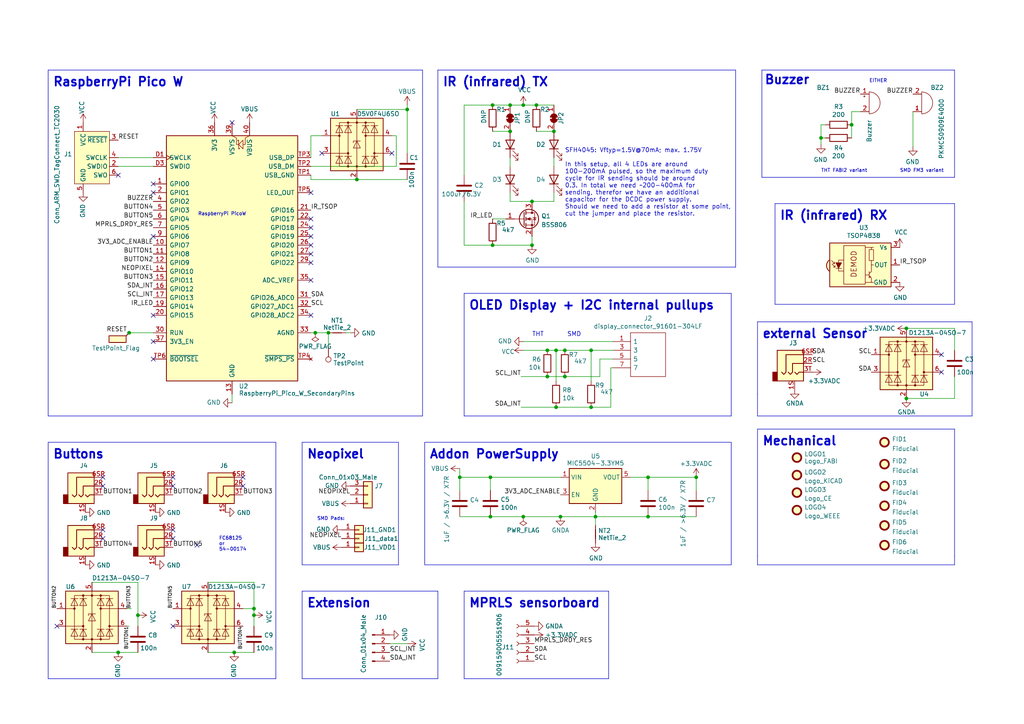
<source format=kicad_sch>
(kicad_sch (version 20230121) (generator eeschema)
  (paper "A4")
  (title_block (title "FABI3 PCB (PicoW) with 5 jack plugs") (date "2023-07-12") (rev "v3.0") (company "AsTeRICS Foundation") (comment 1 "www.asterics-foundation.org") (comment 2 "Benjamin Aigner"))
  (junction (at 133.35 138.43))
  (junction (at 67.945 189.23))
  (junction (at 151.765 149.86))
  (junction (at 162.56 149.86))
  (junction (at 262.89 115.57))
  (junction (at 118.11 31.75))
  (junction (at 73.66 178.435))
  (junction (at 171.45 101.6))
  (junction (at 142.875 71.12))
  (junction (at 161.29 118.11))
  (junction (at 147.955 30.48))
  (junction (at 73.66 176.53))
  (junction (at 142.875 30.48))
  (junction (at 91.44 96.52))
  (junction (at 187.96 138.43))
  (junction (at 161.29 101.6))
  (junction (at 158.75 101.6))
  (junction (at 163.83 101.6))
  (junction (at 142.24 138.43))
  (junction (at 142.24 149.86))
  (junction (at 163.83 109.22))
  (junction (at 155.575 30.48))
  (junction (at 158.75 109.22))
  (junction (at 103.505 52.07))
  (junction (at 187.96 149.86))
  (junction (at 160.655 38.1))
  (junction (at 154.305 58.42))
  (junction (at 95.25 96.52))
  (junction (at 154.305 71.12))
  (junction (at 238.125 40.005))
  (junction (at 40.005 178.435))
  (junction (at 171.45 118.11))
  (junction (at 262.89 95.25))
  (junction (at 147.955 38.1))
  (junction (at 247.015 36.195))
  (junction (at 37.465 96.52))
  (junction (at 34.29 189.23))
  (junction (at 201.93 138.43))
  (junction (at 172.72 149.86))
  (junction (at 151.765 30.48))
  (no_connect (at 50.165 181.61))
  (no_connect (at 50.165 153.67))
  (no_connect (at 50.165 140.97))
  (no_connect (at 70.485 138.43))
  (no_connect (at 90.17 63.5))
  (no_connect (at 29.845 140.97))
  (no_connect (at 29.845 156.21))
  (no_connect (at 57.15 158.115))
  (no_connect (at 44.45 55.88))
  (no_connect (at 90.17 71.12))
  (no_connect (at 93.345 44.45))
  (no_connect (at 44.45 99.06))
  (no_connect (at 29.845 153.67))
  (no_connect (at 90.17 68.58))
  (no_connect (at 90.17 81.28))
  (no_connect (at 70.485 140.97))
  (no_connect (at 273.05 107.95))
  (no_connect (at 90.17 73.66))
  (no_connect (at 67.31 35.56))
  (no_connect (at 90.17 76.2))
  (no_connect (at 44.45 91.44))
  (no_connect (at 50.165 138.43))
  (no_connect (at 44.45 68.58))
  (no_connect (at 34.29 50.8))
  (no_connect (at 273.05 102.87))
  (no_connect (at 44.45 104.14))
  (no_connect (at 44.45 53.34))
  (no_connect (at 29.845 138.43))
  (no_connect (at 90.17 55.88))
  (no_connect (at 90.17 66.04))
  (no_connect (at 90.17 91.44))
  (no_connect (at 16.51 181.61))
  (no_connect (at 113.665 44.45))
  (no_connect (at 50.165 156.21))
  (wire (pts (xy 133.35 135.89) (xy 133.35 138.43)))
  (polyline (pts (xy 13.97 20.32) (xy 122.555 20.32)))
  (polyline (pts (xy 87.63 128.27) (xy 115.57 128.27)))
  (wire (pts (xy 133.35 149.86) (xy 142.24 149.86)))
  (polyline (pts (xy 219.71 124.46) (xy 276.86 124.46)))
  (wire (pts (xy 67.31 114.3) (xy 67.31 116.84)))
  (wire (pts (xy 201.93 138.43) (xy 201.93 142.24)))
  (wire (pts (xy 154.305 58.42) (xy 160.655 58.42)))
  (wire (pts (xy 276.86 101.6) (xy 276.86 95.25)))
  (wire (pts (xy 158.75 109.22) (xy 163.83 109.22)))
  (wire (pts (xy 90.17 39.37) (xy 93.345 39.37)))
  (polyline (pts (xy 127 20.32) (xy 213.36 20.32)))
  (polyline (pts (xy 276.86 20.32) (xy 276.86 51.435)))
  (wire (pts (xy 155.575 30.48) (xy 160.655 30.48)))
  (wire (pts (xy 90.17 50.8) (xy 90.17 52.07)))
  (wire (pts (xy 95.25 100.965) (xy 95.25 96.52)))
  (wire (pts (xy 26.67 168.91) (xy 40.005 168.91)))
  (polyline (pts (xy 276.86 51.435) (xy 220.98 51.435)))
  (wire (pts (xy 177.165 106.68) (xy 177.8 106.68)))
  (polyline (pts (xy 212.09 120.65) (xy 212.09 85.09)))
  (wire (pts (xy 133.35 138.43) (xy 133.35 142.24)))
  (wire (pts (xy 162.56 149.86) (xy 172.72 149.86)))
  (wire (pts (xy 151.13 109.22) (xy 158.75 109.22)))
  (polyline (pts (xy 13.97 153.67) (xy 13.97 196.85)))
  (wire (pts (xy 171.45 101.6) (xy 171.45 110.49)))
  (wire (pts (xy 276.86 115.57) (xy 262.89 115.57)))
  (wire (pts (xy 142.875 30.48) (xy 147.955 30.48)))
  (wire (pts (xy 26.67 189.23) (xy 34.29 189.23)))
  (wire (pts (xy 34.29 45.72) (xy 44.45 45.72)))
  (polyline (pts (xy 271.78 93.345) (xy 219.71 93.345)))
  (wire (pts (xy 249.555 32.385) (xy 247.015 32.385)))
  (wire (pts (xy 90.17 45.72) (xy 90.17 39.37)))
  (wire (pts (xy 172.72 149.86) (xy 172.72 152.4)))
  (polyline (pts (xy 13.97 120.65) (xy 122.555 120.65)))
  (wire (pts (xy 160.655 58.42) (xy 160.655 55.88)))
  (wire (pts (xy 134.62 71.12) (xy 142.875 71.12)))
  (wire (pts (xy 147.955 58.42) (xy 154.305 58.42)))
  (wire (pts (xy 238.125 36.195) (xy 238.125 40.005)))
  (wire (pts (xy 161.29 118.11) (xy 171.45 118.11)))
  (wire (pts (xy 187.96 138.43) (xy 201.93 138.43)))
  (polyline (pts (xy 219.71 161.29) (xy 219.71 161.29)))
  (wire (pts (xy 187.96 149.86) (xy 201.93 149.86)))
  (wire (pts (xy 114.935 48.26) (xy 114.935 39.37)))
  (wire (pts (xy 147.955 55.88) (xy 147.955 58.42)))
  (wire (pts (xy 142.24 149.86) (xy 151.765 149.86)))
  (polyline (pts (xy 134.62 171.45) (xy 176.53 171.45)))
  (wire (pts (xy 142.24 138.43) (xy 133.35 138.43)))
  (wire (pts (xy 60.325 168.91) (xy 73.66 168.91)))
  (wire (pts (xy 34.29 48.26) (xy 44.45 48.26)))
  (polyline (pts (xy 219.71 124.46) (xy 219.71 163.83)))
  (polyline (pts (xy 122.555 20.32) (xy 122.555 120.65)))
  (wire (pts (xy 91.44 96.52) (xy 95.25 96.52)))
  (polyline (pts (xy 123.19 163.83) (xy 212.09 163.83)))
  (wire (pts (xy 171.45 118.11) (xy 177.165 118.11)))
  (wire (pts (xy 103.505 52.07) (xy 118.11 52.07)))
  (wire (pts (xy 114.935 39.37) (xy 113.665 39.37)))
  (wire (pts (xy 177.8 99.06) (xy 151.765 99.06)))
  (polyline (pts (xy 115.57 128.27) (xy 115.57 163.83)))
  (wire (pts (xy 238.125 36.195) (xy 239.395 36.195)))
  (polyline (pts (xy 13.97 128.27) (xy 41.91 128.27)))
  (wire (pts (xy 60.325 189.23) (xy 67.945 189.23)))
  (wire (pts (xy 100.33 96.52) (xy 101.6 96.52)))
  (polyline (pts (xy 80.01 196.85) (xy 80.01 128.27)))
  (polyline (pts (xy 123.19 128.27) (xy 123.19 163.83)))
  (wire (pts (xy 37.465 96.52) (xy 44.45 96.52)))
  (wire (pts (xy 238.125 40.005) (xy 238.125 41.91)))
  (wire (pts (xy 160.655 48.26) (xy 160.655 45.72)))
  (polyline (pts (xy 13.97 120.65) (xy 13.97 20.32)))
  (wire (pts (xy 154.305 71.12) (xy 154.305 68.58)))
  (polyline (pts (xy 220.98 20.32) (xy 276.86 20.32)))
  (polyline (pts (xy 87.63 196.85) (xy 127 196.85)))
  (polyline (pts (xy 134.62 171.45) (xy 134.62 196.85)))
  (wire (pts (xy 90.17 52.07) (xy 103.505 52.07)))
  (wire (pts (xy 187.96 138.43) (xy 187.96 142.24)))
  (wire (pts (xy 134.62 30.48) (xy 142.875 30.48)))
  (polyline (pts (xy 276.86 124.46) (xy 276.86 161.29)))
  (wire (pts (xy 73.66 168.91) (xy 73.66 176.53)))
  (polyline (pts (xy 213.36 20.32) (xy 213.36 77.47)))
  (polyline (pts (xy 224.79 59.055) (xy 224.79 88.265)))
  (wire (pts (xy 90.17 96.52) (xy 91.44 96.52)))
  (wire (pts (xy 173.99 109.22) (xy 173.99 104.14)))
  (polyline (pts (xy 134.62 120.65) (xy 134.62 120.65)))
  (polyline (pts (xy 13.97 128.27) (xy 13.97 153.67)))
  (wire (pts (xy 142.875 63.5) (xy 146.685 63.5)))
  (wire (pts (xy 158.75 101.6) (xy 161.29 101.6)))
  (wire (pts (xy 67.945 189.23) (xy 73.66 189.23)))
  (wire (pts (xy 163.83 109.22) (xy 173.99 109.22)))
  (wire (pts (xy 40.005 178.435) (xy 40.005 181.61)))
  (polyline (pts (xy 276.86 161.29) (xy 276.86 163.83)))
  (polyline (pts (xy 276.86 88.265) (xy 276.86 59.055)))
  (wire (pts (xy 172.72 149.86) (xy 187.96 149.86)))
  (wire (pts (xy 171.45 101.6) (xy 177.8 101.6)))
  (wire (pts (xy 162.56 138.43) (xy 142.24 138.43)))
  (wire (pts (xy 134.62 58.42) (xy 134.62 71.12)))
  (polyline (pts (xy 115.57 163.83) (xy 87.63 163.83)))
  (wire (pts (xy 142.24 138.43) (xy 142.24 142.24)))
  (wire (pts (xy 161.29 101.6) (xy 163.83 101.6)))
  (polyline (pts (xy 219.71 120.65) (xy 281.94 120.65)))
  (wire (pts (xy 161.29 101.6) (xy 161.29 110.49)))
  (wire (pts (xy 118.11 30.48) (xy 118.11 31.75)))
  (wire (pts (xy 177.165 118.11) (xy 177.165 106.68)))
  (wire (pts (xy 134.62 50.8) (xy 134.62 30.48)))
  (polyline (pts (xy 134.62 85.09) (xy 212.09 85.09)))
  (wire (pts (xy 151.765 30.48) (xy 155.575 30.48)))
  (polyline (pts (xy 281.94 120.65) (xy 281.94 93.345)))
  (wire (pts (xy 247.015 36.195) (xy 247.015 40.005)))
  (polyline (pts (xy 13.97 196.85) (xy 80.01 196.85)))
  (wire (pts (xy 142.875 38.1) (xy 147.955 38.1)))
  (polyline (pts (xy 219.71 93.345) (xy 219.71 114.3)))
  (polyline (pts (xy 87.63 128.27) (xy 87.63 153.67)))
  (polyline (pts (xy 123.19 128.27) (xy 212.09 128.27)))
  (polyline (pts (xy 87.63 171.45) (xy 127 171.45)))
  (polyline (pts (xy 134.62 196.85) (xy 176.53 196.85)))
  (polyline (pts (xy 87.63 171.45) (xy 87.63 196.85)))
  (wire (pts (xy 36.83 96.52) (xy 37.465 96.52)))
  (wire (pts (xy 90.17 48.26) (xy 114.935 48.26)))
  (polyline (pts (xy 87.63 163.83) (xy 87.63 153.67)))
  (wire (pts (xy 70.485 176.53) (xy 73.66 176.53)))
  (wire (pts (xy 73.66 178.435) (xy 73.66 181.61)))
  (polyline (pts (xy 220.98 20.32) (xy 220.98 51.435)))
  (wire (pts (xy 36.83 181.61) (xy 37.465 181.61)))
  (wire (pts (xy 247.015 32.385) (xy 247.015 36.195)))
  (polyline (pts (xy 213.36 77.47) (xy 127 77.47)))
  (polyline (pts (xy 212.09 128.27) (xy 212.09 163.83)))
  (wire (pts (xy 103.505 31.75) (xy 118.11 31.75)))
  (wire (pts (xy 151.765 101.6) (xy 158.75 101.6)))
  (wire (pts (xy 276.86 109.22) (xy 276.86 115.57)))
  (polyline (pts (xy 219.71 114.3) (xy 219.71 120.65)))
  (wire (pts (xy 182.88 138.43) (xy 187.96 138.43)))
  (wire (pts (xy 155.575 38.1) (xy 160.655 38.1)))
  (wire (pts (xy 73.66 176.53) (xy 73.66 178.435)))
  (wire (pts (xy 151.13 118.11) (xy 161.29 118.11)))
  (polyline (pts (xy 276.86 163.83) (xy 219.71 163.83)))
  (polyline (pts (xy 127 77.47) (xy 127 20.32)))
  (wire (pts (xy 147.955 30.48) (xy 151.765 30.48)))
  (polyline (pts (xy 127 171.45) (xy 127 196.85)))
  (polyline (pts (xy 176.53 171.45) (xy 176.53 196.85)))
  (wire (pts (xy 147.955 45.72) (xy 147.955 48.26)))
  (polyline (pts (xy 80.01 128.27) (xy 41.91 128.27)))
  (wire (pts (xy 40.005 168.91) (xy 40.005 178.435)))
  (wire (pts (xy 34.29 189.23) (xy 40.005 189.23)))
  (polyline (pts (xy 134.62 85.09) (xy 134.62 120.65)))
  (wire (pts (xy 38.1 176.53) (xy 36.83 176.53)))
  (wire (pts (xy 172.72 148.59) (xy 172.72 149.86)))
  (wire (pts (xy 142.875 71.12) (xy 154.305 71.12)))
  (polyline (pts (xy 134.62 120.65) (xy 212.09 120.65)))
  (polyline (pts (xy 281.94 93.345) (xy 271.78 93.345)))
  (polyline (pts (xy 224.79 88.265) (xy 276.86 88.265)))
  (wire (pts (xy 264.795 32.385) (xy 264.795 42.545)))
  (wire (pts (xy 118.11 31.75) (xy 118.11 44.45)))
  (wire (pts (xy 239.395 40.005) (xy 238.125 40.005)))
  (polyline (pts (xy 276.86 59.055) (xy 224.79 59.055)))
  (wire (pts (xy 276.86 95.25) (xy 262.89 95.25)))
  (wire (pts (xy 163.83 101.6) (xy 171.45 101.6)))
  (wire (pts (xy 173.99 104.14) (xy 177.8 104.14)))
  (wire (pts (xy 118.11 186.69) (xy 113.03 186.69)))
  (wire (pts (xy 151.765 149.86) (xy 162.56 149.86)))
  (text "external Sensor" (at 220.98 98.425 0) (effects (font (size 2.54 2.54) (thickness 0.508) bold) (justify left bottom)))
  (text "THT" (at 154.305 97.79 0) (effects (font (size 1.27 1.27)) (justify left bottom)))
  (text "IR (infrared) RX" (at 226.06 64.135 0) (effects (font (size 2.54 2.54) (thickness 0.508) bold) (justify left bottom)))
  (text "Mechanical" (at 220.98 129.54 0) (effects (font (size 2.54 2.54) (thickness 0.508) bold) (justify left bottom)))
  (text "Addon PowerSupply" (at 124.46 133.35 0) (effects (font (size 2.54 2.54) (thickness 0.508) bold) (justify left bottom)))
  (text "THT FABI2 variant" (at 238.125 50.165 0) (effects (font (size 0.9906 0.9906)) (justify left bottom)))
  (text "RaspberryPi PicoW" (at 57.404 62.738 0) (effects (font (size 0.9906 0.9906)) (justify left bottom)))
  (text "SMD" (at 164.465 97.79 0) (effects (font (size 1.27 1.27)) (justify left bottom)))
  (text "RaspberryPi Pico W" (at 15.24 25.4 0) (effects (font (size 2.54 2.54) (thickness 0.508) bold) (justify left bottom)))
  (text "EITHER" (at 252.095 24.13 0) (effects (font (size 0.9906 0.9906)) (justify left bottom)))
  (text "Neopixel" (at 88.9 133.35 0) (effects (font (size 2.54 2.54) (thickness 0.508) bold) (justify left bottom)))
  (text "Extension" (at 88.9 176.53 0) (effects (font (size 2.54 2.54) (thickness 0.508) bold) (justify left bottom)))
  (text "SFH4045: Vftyp=1.5V@70mA; max. 1.75V\n\nIn this setup, all 4 LEDs are around \n100-200mA pulsed, so the maximum duty \ncycle for IR sending should be around \n0.3. In total we need ~200-400mA for \nsending, therefor we have an additional \ncapacitor for the DCDC power supply.\nShould we need to add a resistor at some point,\ncut the jumper and place the resistor." (at 163.83 62.865 0) (effects (font (size 1.27 1.27)) (justify left bottom)))
  (text "MPRLS sensorboard" (at 135.89 176.53 0) (effects (font (size 2.54 2.54) (thickness 0.508) bold) (justify left bottom)))
  (text "SMD Pads:" (at 91.948 151.13 0) (effects (font (size 0.9906 0.9906)) (justify left bottom)))
  (text "Buzzer" (at 221.615 24.765 0) (effects (font (size 2.54 2.54) (thickness 0.508) bold) (justify left bottom)))
  (text "FC68125\nor\n54-00174" (at 63.5 160.02 0) (effects (font (size 0.9906 0.9906)) (justify left bottom)))
  (text "Buttons" (at 15.24 133.35 0) (effects (font (size 2.54 2.54) (thickness 0.508) bold) (justify left bottom)))
  (text "SMD FM3 variant" (at 260.985 50.165 0) (effects (font (size 0.9906 0.9906)) (justify left bottom)))
  (text "IR (infrared) TX" (at 128.27 25.4 0) (effects (font (size 2.54 2.54) (thickness 0.508) bold) (justify left bottom)))
  (text "OLED Display + I2C internal pullups" (at 135.89 90.17 0) (effects (font (size 2.54 2.54) (thickness 0.508) bold) (justify left bottom)))
  (label "BUZZER" (at 264.795 27.305 180))
  (label "SDA_INT" (at 44.45 83.82 180))
  (label "3V3_ADC_ENABLE" (at 44.45 71.12 180))
  (label "SCL" (at 90.17 88.9 0))
  (label "SCL_INT" (at 151.13 109.22 180))
  (label "BUTTON2" (at 16.51 176.53 90) (effects (font (size 0.9906 0.9906))))
  (label "NEOPIXEL" (at 99.06 156.21 180))
  (label "BUTTON3" (at 44.45 81.28 180))
  (label "RESET" (at 34.29 40.64 0))
  (label "NEOPIXEL" (at 44.45 78.74 180))
  (label "BUTTON2" (at 50.165 143.51 0))
  (label "BUTTON3" (at 70.485 143.51 0))
  (label "SDA" (at 154.94 189.23 0))
  (label "IR_LED" (at 44.45 88.9 180))
  (label "BUTTON4" (at 70.485 181.61 270) (effects (font (size 0.9906 0.9906))))
  (label "BUZZER" (at 249.555 27.305 180))
  (label "SCL_INT" (at 113.03 189.23 0))
  (label "SCL" (at 154.94 191.77 0))
  (label "IR_LED" (at 142.875 63.5 180))
  (label "SDA_INT" (at 113.03 191.77 0))
  (label "BUTTON1" (at 29.845 143.51 0))
  (label "BUTTON5" (at 50.165 176.53 90) (effects (font (size 0.9906 0.9906))))
  (label "BUZZER" (at 44.45 58.42 180))
  (label "SDA_INT" (at 151.13 118.11 180))
  (label "NEOPIXEL" (at 101.6 143.51 180))
  (label "SCL_INT" (at 44.45 86.36 180))
  (label "BUTTON1" (at 44.45 73.66 180))
  (label "3V3_ADC_ENABLE" (at 162.56 143.51 180))
  (label "SDA" (at 90.17 86.36 0))
  (label "SCL" (at 252.73 102.87 180))
  (label "BUTTON3" (at 38.1 176.53 90) (effects (font (size 0.9906 0.9906))))
  (label "RESET" (at 36.83 96.52 180))
  (label "IR_TSOP" (at 260.985 76.835 0))
  (label "BUTTON4" (at 44.45 60.96 180))
  (label "BUTTON5" (at 44.45 63.5 180))
  (label "BUTTON4" (at 29.845 158.75 0))
  (label "MPRLS_DRDY_RES" (at 44.45 66.04 180))
  (label "IR_TSOP" (at 90.17 60.96 0))
  (label "BUTTON5" (at 50.165 158.75 0))
  (label "SDA" (at 235.585 102.87 0))
  (label "BUTTON1" (at 37.465 181.61 270) (effects (font (size 0.9906 0.9906))))
  (label "SDA" (at 252.73 107.95 180))
  (label "MPRLS_DRDY_RES" (at 154.94 186.69 0))
  (label "SCL" (at 235.585 105.41 0))
  (label "BUTTON2" (at 44.45 76.2 180))
  (symbol (lib_id "power:GND") (at 24.765 148.59 90) (mirror x) (unit 1)
    (property "Reference" "#PWR024" (effects hide))
    (property "Value" "GND" (at 28.0162 148.717 90) (effects (justify right)))
  )
  (symbol (lib_id "Connector_Generic:Conn_01x03") (at 106.68 143.51 0) (mirror x) (unit 1)
    (property "Reference" "J7" (at 109.855 140.97 0))
    (property "Value" "Conn_01x03_Male" (at 100.965 138.43 0))
    (property "Footprint" "Connector_PinHeader_2.54mm:PinHeader_1x03_P2.54mm_Vertical" (effects hide))
    (property "RS" "https://at.rs-online.com/web/p/leiterplatten-header/2518092/" (effects hide))
    (property "RS-Nr" "251-8092" (effects hide))
  )
  (symbol (lib_id "power:GND") (at 101.6 140.97 270) (mirror x) (unit 1)
    (property "Reference" "#PWR022" (effects hide))
    (property "Value" "GND" (at 98.3488 140.843 90) (effects (justify right)))
  )
  (symbol (lib_id "Device:R") (at 243.205 36.195 90) (unit 1)
    (property "Reference" "R3" (at 243.205 30.9372 90))
    (property "Value" "200" (at 243.205 33.2486 90))
    (property "Footprint" "Resistor_THT:R_Axial_DIN0204_L3.6mm_D1.6mm_P7.62mm_Horizontal" (effects hide))
    (property "RS" "https://at.rs-online.com/web/p/widerstande-durchsteckmontage/6833281/" (effects hide))
    (property "RS-Nr" "683-3281" (effects hide))
  )
  (symbol (lib_id "power:GND") (at 238.125 41.91 0) (mirror y) (unit 1)
    (property "Reference" "#PWR06" (effects hide))
    (property "Value" "GND" (at 237.998 46.3042 0))
  )
  (symbol (lib_id "power:VCC") (at 151.765 101.6 90) (mirror x) (unit 1)
    (property "Reference" "#PWR015" (effects hide))
    (property "Value" "VCC" (at 147.3708 101.981 90))
  )
  (symbol (lib_id "power:GND") (at 151.765 99.06 270) (mirror x) (unit 1)
    (property "Reference" "#PWR014" (effects hide))
    (property "Value" "GND" (at 148.5138 98.933 90) (effects (justify right)))
  )
  (symbol (lib_id "Connector_Generic:Conn_01x01") (at 104.14 153.67 0) (unit 1)
    (property "Reference" "J11_GND1" (at 114.935 153.67 0) (effects (justify right)))
    (property "Value" "Conn_01x01_Male" (effects hide))
    (property "Footprint" "FABI:SolderWirePad_1x01_SMD_1x2mm_NOPASTE" (effects hide))
  )
  (symbol (lib_id "power:GND") (at 99.06 153.67 270) (mirror x) (unit 1)
    (property "Reference" "#PWR028" (effects hide))
    (property "Value" "GND" (at 95.8088 153.543 90) (effects (justify right)))
  )
  (symbol (lib_id "Connector_Generic:Conn_01x01") (at 104.14 156.21 0) (unit 1)
    (property "Reference" "J11_data1" (at 115.57 156.21 0) (effects (justify right)))
    (property "Value" "Conn_01x01_Male" (effects hide))
    (property "Footprint" "FABI:SolderWirePad_1x01_SMD_1x2mm_NOPASTE" (effects hide))
  )
  (symbol (lib_id "Connector_Generic:Conn_01x01") (at 104.14 158.75 0) (unit 1)
    (property "Reference" "J11_VDD1" (at 114.935 158.75 0) (effects (justify right)))
    (property "Value" "Conn_01x01_Male" (effects hide))
    (property "Footprint" "FABI:SolderWirePad_1x01_SMD_1x2mm_NOPASTE" (effects hide))
  )
  (symbol (lib_id "Device:R") (at 243.205 40.005 90) (unit 1)
    (property "Reference" "R4" (at 243.205 42.926 90))
    (property "Value" "200" (at 243.205 45.2374 90))
    (property "Footprint" "Resistor_SMD:R_0805_2012Metric_Pad1.20x1.40mm_HandSolder" (effects hide))
    (property "RS" "https://at.rs-online.com/web/p/smd-widerstande/8101741/" (effects hide))
    (property "RS-Nr" "810-1741" (effects hide))
  )
  (symbol (lib_id "Device:Buzzer") (at 252.095 29.845 0) (unit 1)
    (property "Reference" "BZ1" (at 236.855 25.4 0) (effects (justify left)))
    (property "Value" "Buzzer" (at 252.095 41.275 90) (effects (justify left)))
    (property "Footprint" "Buzzer_Beeper:Buzzer_TDK_PS1240P02BT_D12.2mm_H6.5mm" (effects hide))
    (property "Datasheet" "https://docs.rs-online.com/dcfc/0900766b8067c4cd.pdf" (effects hide))
    (property "RS" "https://at.rs-online.com/web/p/piezo-signalgeber/5168268" (effects hide))
    (property "RS-Nr" "516-8268" (effects hide))
  )
  (symbol (lib_id "FABI_customLib:dispaly_connector_91601-304LF") (at 177.8 99.06 0) (unit 1)
    (property "Reference" "J2" (at 187.96 92.329 0))
    (property "Value" "display_connector_91601-304LF" (at 187.96 94.6404 0))
    (property "Footprint" "FABI:91601304LF" (effects hide))
    (property "Datasheet" "http://www.mouser.com/datasheet/2/18/91601-1289404.pdf" (effects hide))
    (property "Description" "Dubox 2.54mm, Board to Board Connector, PCB Mounted Receptacle, Vertical , Surface Mount, Dual Entry ,Single row , 4 Positions, 2.54mm (0.100in) Pitch" (effects hide))
    (property "Height" "8" (effects hide))
    (property "Mouser Part Number" "649-91601-304LF" (effects hide))
    (property "Mouser Price/Stock" "https://www.mouser.com/Search/Refine.aspx?Keyword=649-91601-304LF" (effects hide))
    (property "Manufacturer_Name" "Amphenol" (effects hide))
    (property "Manufacturer_Part_Number" "91601-304LF" (effects hide))
    (property "RS" "https://at.rs-online.com/web/p/leiterplatten-buchsen/6737405/" (effects hide))
    (property "RS-Nr" "673-7405" (effects hide))
  )
  (symbol (lib_id "FABI_customLib:AudioJack3_Ground") (at 24.765 140.97 0) (unit 1)
    (property "Reference" "J4" (at 24.3078 135.0518 0))
    (property "Value" "AudioJack3_Ground" (effects hide))
    (property "Footprint" "FABI:FC68125" (effects hide))
    (property "Datasheet" "https://docs.rs-online.com/db52/0900766b812d152e.pdf" (effects hide))
    (property "RS" "https://at.rs-online.com/web/p/klinken-steckerbuchsen/8051655/" (effects hide))
    (property "RS-Nr" "805-1655" (effects hide))
  )
  (symbol (lib_id "Device:R") (at 158.75 105.41 0) (unit 1)
    (property "Reference" "R6" (at 156.972 104.2416 0) (effects (justify right)))
    (property "Value" "10k" (at 156.972 106.553 0) (effects (justify right)))
    (property "Footprint" "Resistor_THT:R_Axial_DIN0204_L3.6mm_D1.6mm_P7.62mm_Horizontal" (effects hide))
    (property "RS" "https://at.rs-online.com/web/p/widerstande-durchsteckmontage/1650369/" (effects hide))
    (property "RS-Nr" "165-0369" (effects hide))
  )
  (symbol (lib_id "Device:R") (at 161.29 114.3 0) (unit 1)
    (property "Reference" "R8" (at 163.068 113.1316 0) (effects (justify left)))
    (property "Value" "10k" (at 163.068 115.443 0) (effects (justify left)))
    (property "Footprint" "Resistor_THT:R_Axial_DIN0204_L3.6mm_D1.6mm_P7.62mm_Horizontal" (effects hide))
    (property "RS" "https://at.rs-online.com/web/p/widerstande-durchsteckmontage/1650369/" (effects hide))
    (property "RS-Nr" "165-0369" (effects hide))
  )
  (symbol (lib_id "Interface_Optical:TSOP41xx") (at 250.825 76.835 0) (unit 1)
    (property "Reference" "U3" (at 250.5202 66.04 0))
    (property "Value" "TSOP4838" (at 250.5202 68.3514 0))
    (property "Footprint" "OptoDevice:Vishay_MOLD-3Pin" (effects hide))
    (property "Datasheet" "http://www.vishay.com/docs/82460/tsop45.pdf" (effects hide))
    (property "Farnell" "4913190" (effects hide))
    (property "RS Components" "708-5115 (or 90pcs: 919-0014)" (effects hide))
    (property "Digikey" "TSOP4838-ND" (effects hide))
    (property "Mouser" "782-TSOP4838" (effects hide))
  )
  (symbol (lib_id "Connector:Conn_01x05_Socket") (at 149.86 186.69 180) (unit 1)
    (property "Reference" "J11" (at 149.1488 187.714 0) (effects (justify left)))
    (property "Value" "009159005551906" (at 144.78 177.8 90) (effects (justify left)))
    (property "Footprint" "FLipMouse:009159005551906" (effects hide))
    (property "Digikey" "478-8739-1-ND" (effects hide))
    (property "Farnell" "2373966" (effects hide))
    (property "Mouser" " 581-009159005551906" (effects hide))
    (property "RS Components" "--" (effects hide))
  )
  (symbol (lib_id "power:VCC") (at 62.23 35.56 0) (mirror y) (unit 1)
    (property "Reference" "#PWR04" (effects hide))
    (property "Value" "VCC" (at 61.849 31.1658 90))
  )
  (symbol (lib_id "power:VBUS") (at 118.11 30.48 0) (unit 1)
    (property "Reference" "#PWR01" (effects hide))
    (property "Value" "VBUS" (at 118.11 26.535 0))
  )
  (symbol (lib_id "Connector:Conn_ARM_SWD_TagConnect_TC2030") (at 26.67 45.72 0) (unit 1) (in_bom no)
    (property "Reference" "J1" (at 20.955 44.696 0) (effects (justify right)))
    (property "Value" "Conn_ARM_SWD_TagConnect_TC2030" (at 16.51 30.48 90) (effects (justify right)))
    (property "Footprint" "Connector:Tag-Connect_TC2030-IDC-FP_2x03_P1.27mm_Vertical" (effects hide))
    (property "Datasheet" "https://www.tag-connect.com/wp-content/uploads/bsk-pdf-manager/TC2030-CTX_1.pdf" (effects hide))
  )
  (symbol (lib_id "Connector:TestPoint") (at 95.25 100.965 180) (unit 1)
    (property "Reference" "TP2" (at 96.647 103.243 0) (effects (justify right)))
    (property "Value" "TestPoint" (at 96.647 105.291 0) (effects (justify right)))
    (property "Footprint" "TestPoint:TestPoint_Pad_D1.0mm" (effects hide))
  )
  (symbol (lib_id "power:GNDA") (at 154.94 181.61 90) (unit 1)
    (property "Reference" "#PWR035" (effects hide))
    (property "Value" "GNDA" (at 158.115 181.61 90) (effects (justify right)))
  )
  (symbol (lib_id "Device:C") (at 118.11 48.26 0) (unit 1)
    (property "Reference" "C1" (at 118.745 45.72 0) (effects (justify left)))
    (property "Value" "100n" (at 119.38 54.61 90) (effects (justify left)))
    (property "Footprint" "Capacitor_SMD:C_0603_1608Metric" (effects hide))
    (property "Digikey" "1276-CL10B104KB8NNNLCT-ND" (effects hide))
    (property "Farnell" "3013409" (effects hide))
    (property "Mouser" "581-06035C104K4" (effects hide))
    (property "RS Components" "200-6519" (effects hide))
  )
  (symbol (lib_id "Power_Protection:WE-TVS-824015043") (at 60.325 179.07 0) (unit 1)
    (property "Reference" "U7" (at 52.705 170.18 0) (effects (justify left)))
    (property "Value" "D1213A-04SO-7" (at 60.325 170.18 0) (effects (justify left)))
    (property "Footprint" "Package_SO:SC-74-6_1.5x2.9mm_P0.95mm" (effects hide))
    (property "Datasheet" "https://www.we-online.com/components/products/datasheet/824015043.pdf" (effects hide))
  )
  (symbol (lib_id "Device:C") (at 142.24 146.05 0) (unit 1)
    (property "Reference" "C5" (at 145.161 144.8816 0) (effects (justify left)))
    (property "Value" "100n" (at 145.161 147.193 0) (effects (justify left)))
    (property "Footprint" "Capacitor_SMD:C_0603_1608Metric" (effects hide))
    (property "Digikey" "1276-CL10B104KB8NNNLCT-ND" (effects hide))
    (property "Farnell" "3013409" (effects hide))
    (property "Mouser" "581-06035C104K4" (effects hide))
    (property "RS Components" "200-6519" (effects hide))
  )
  (symbol (lib_id "Device:R") (at 142.875 67.31 180) (unit 1)
    (property "Reference" "R5" (at 146.685 64.77 0) (effects (justify left)))
    (property "Value" "4k7" (at 149.225 66.675 0) (effects (justify left)))
    (property "Footprint" "Resistor_SMD:R_0603_1608Metric" (effects hide))
    (property "Farnell" "3994558" (effects hide))
    (property "Digikey" "1292-WR06X472JTLCT-ND" (effects hide))
    (property "RS Components" "199-5594" (effects hide))
    (property "Mouser" "756-WCR0603-4K7FI" (effects hide))
  )
  (symbol (lib_id "Jumper:SolderJumper_2_Bridged") (at 147.955 34.29 270) (unit 1) (in_bom no)
    (property "Reference" "JP1" (at 150.0068 34.29 0))
    (property "Value" "SolderJumper_2_Bridged" (effects hide))
    (property "Footprint" "Jumper:SolderJumper-2_P1.3mm_Bridged_RoundedPad1.0x1.5mm" (effects hide))
    (property "Digikey" "DNP" (effects hide))
    (property "Farnell" "DNP" (effects hide))
    (property "Mouser" "DNP" (effects hide))
    (property "RS Components" "DNP" (effects hide))
  )
  (symbol (lib_id "power:GND") (at 67.945 189.23 0) (mirror y) (unit 1)
    (property "Reference" "#PWR040" (effects hide))
    (property "Value" "GND" (at 67.818 192.4812 90) (effects (justify right)))
  )
  (symbol (lib_id "Mechanical:Fiducial") (at 256.54 128.27 0) (unit 1) (in_bom no)
    (property "Reference" "FID1" (at 258.699 127.3615 0) (effects (justify left)))
    (property "Value" "Fiducial" (at 258.699 130.1366 0) (effects (justify left)))
    (property "Footprint" "Fiducial:Fiducial_0.5mm_Mask1mm" (effects hide))
    (property "Digikey" "DNP" (effects hide))
    (property "Farnell" "DNP" (effects hide))
    (property "Mouser" "DNP" (effects hide))
    (property "RS Components" "DNP" (effects hide))
  )
  (symbol (lib_id "Mechanical:Fiducial") (at 231.14 147.955 0) (unit 1) (in_bom no)
    (property "Reference" "LOGO4" (at 233.299 147.1203 0) (effects (justify left)))
    (property "Value" "Logo_WEEE" (at 233.299 149.6572 0) (effects (justify left)))
    (property "Footprint" "Symbol:WEEE-Logo_5.6x8mm_SilkScreen" (effects hide))
    (property "Digikey" "DNP" (effects hide))
    (property "Farnell" "DNP" (effects hide))
    (property "Mouser" "DNP" (effects hide))
    (property "RS Components" "DNP" (effects hide))
  )
  (symbol (lib_id "Device:NetTie_2") (at 172.72 154.94 90) (unit 1) (in_bom no)
    (property "Reference" "NT2" (at 173.482 153.916 90) (effects (justify right)))
    (property "Value" "NetTie_2" (at 173.482 155.964 90) (effects (justify right)))
    (property "Footprint" "NetTie:NetTie-2_SMD_Pad0.5mm" (effects hide))
    (property "Digikey" "DNP" (effects hide))
    (property "Farnell" "DNP" (effects hide))
    (property "Mouser" "DNP" (effects hide))
    (property "RS Components" "DNP" (effects hide))
  )
  (symbol (lib_id "power:GNDA") (at 162.56 149.86 0) (unit 1)
    (property "Reference" "#PWR027" (effects hide))
    (property "Value" "GNDA" (at 162.56 153.805 0))
  )
  (symbol (lib_id "Power_Protection:WE-TVS-824015043") (at 262.89 105.41 0) (unit 1)
    (property "Reference" "U4" (at 266.7 114.3 0) (effects (justify left)))
    (property "Value" "D1213A-04SO-7" (at 263.525 96.52 0) (effects (justify left)))
    (property "Footprint" "Package_SO:SC-74-6_1.5x2.9mm_P0.95mm" (effects hide))
    (property "Datasheet" "https://www.we-online.com/components/products/datasheet/824015043.pdf" (effects hide))
  )
  (symbol (lib_id "Device:R") (at 142.875 34.29 180) (unit 1) (in_bom no)
    (property "Reference" "R1" (at 146.685 31.75 0) (effects (justify left)))
    (property "Value" "DNP" (at 140.335 31.75 90) (effects (justify left)))
    (property "Footprint" "Resistor_SMD:R_0603_1608Metric" (effects hide))
    (property "Farnell" "3994558" (effects hide))
    (property "Digikey" "1292-WR06X472JTLCT-ND" (effects hide))
    (property "RS Components" "199-5594" (effects hide))
    (property "Mouser" "756-WCR0603-4K7FI" (effects hide))
  )
  (symbol (lib_id "power:GNDA") (at 230.505 113.03 0) (unit 1)
    (property "Reference" "#PWR017" (effects hide))
    (property "Value" "GNDA" (at 230.505 116.975 0))
  )
  (symbol (lib_id "Device:Buzzer") (at 267.335 29.845 0) (mirror x) (unit 1)
    (property "Reference" "BZ2" (at 269.875 25.4 0) (effects (justify left)))
    (property "Value" "PKMCS0909E4000" (at 273.05 28.575 90) (effects (justify left)))
    (property "Footprint" "Buzzer_Beeper:Buzzer_Murata_PKMCS0909E" (effects hide))
    (property "Digikey" "490-9647-1-ND" (effects hide))
    (property "Farnell" "2529461" (effects hide))
    (property "Mouser" "81-PKMCS0909E4000-R1" (effects hide))
    (property "RS Components" "901-0898" (effects hide))
  )
  (symbol (lib_id "power:+3.3VADC") (at 235.585 107.95 270) (unit 1)
    (property "Reference" "#PWR016" (effects hide))
    (property "Value" "+3.3VADC" (at 234.315 110.49 90) (effects (justify left)))
  )
  (symbol (lib_id "Device:R") (at 155.575 34.29 180) (unit 1) (in_bom no)
    (property "Reference" "R2" (at 159.385 31.75 0) (effects (justify left)))
    (property "Value" "DNP" (at 153.035 31.75 90) (effects (justify left)))
    (property "Footprint" "Resistor_SMD:R_0603_1608Metric" (effects hide))
    (property "Farnell" "3994558" (effects hide))
    (property "Digikey" "1292-WR06X472JTLCT-ND" (effects hide))
    (property "RS Components" "199-5594" (effects hide))
    (property "Mouser" "756-WCR0603-4K7FI" (effects hide))
  )
  (symbol (lib_id "Device:LED") (at 147.955 41.91 90) (unit 1)
    (property "Reference" "D1" (at 144.145 41.91 90))
    (property "Value" "SFH4045" (effects hide))
    (property "Footprint" "FLipMouse:SFH4045N" (effects hide))
    (property "Digikey" "475-3047-1-ND" (effects hide))
    (property "Farnell" "2981752" (effects hide))
    (property "Mouser" "720-SFH4045N" (effects hide))
    (property "RS Components" "876-8729" (effects hide))
  )
  (symbol (lib_id "Device:C") (at 276.86 105.41 0) (unit 1)
    (property "Reference" "C3" (at 279.781 104.2416 0) (effects (justify left)))
    (property "Value" "100n" (at 277.495 107.95 0) (effects (justify left)))
    (property "Footprint" "Capacitor_SMD:C_0603_1608Metric" (effects hide))
    (property "Digikey" "1276-CL10B104KB8NNNLCT-ND" (effects hide))
    (property "Farnell" "3013409" (effects hide))
    (property "Mouser" "581-06035C104K4" (effects hide))
    (property "RS Components" "200-6519" (effects hide))
  )
  (symbol (lib_id "Device:C") (at 134.62 54.61 0) (unit 1)
    (property "Reference" "C2" (at 137.541 53.7753 0) (effects (justify left)))
    (property "Value" "100uF/6.3V" (at 128.016 56.3122 0) (effects (justify left)))
    (property "Footprint" "Capacitor_SMD:C_1210_3225Metric" (effects hide))
    (property "Digikey" "1276-1092-1-ND" (effects hide))
    (property "Farnell" "3778295" (effects hide))
    (property "Mouser" "187-CL32A107MQVNNNE" (effects hide))
    (property "RS Components" "766-1166" (effects hide))
  )
  (symbol (lib_id "power:+3.3VADC") (at 201.93 138.43 0) (unit 1)
    (property "Reference" "#PWR021" (effects hide))
    (property "Value" "+3.3VADC" (at 201.93 134.485 0))
  )
  (symbol (lib_id "Device:LED") (at 160.655 52.07 90) (unit 1)
    (property "Reference" "D4" (at 156.845 52.07 90))
    (property "Value" "SFH4045" (effects hide))
    (property "Footprint" "FLipMouse:SFH4045N" (effects hide))
    (property "Farnell" "2981752" (effects hide))
    (property "RS Components" "876-8729" (effects hide))
    (property "Digikey" "475-3047-1-ND" (effects hide))
    (property "Mouser" "720-SFH4045N" (effects hide))
  )
  (symbol (lib_id "Device:R") (at 163.83 105.41 180) (unit 1)
    (property "Reference" "R7" (at 167.64 102.87 0) (effects (justify left)))
    (property "Value" "4k7" (at 170.18 104.775 0) (effects (justify left)))
    (property "Footprint" "Resistor_SMD:R_0603_1608Metric" (effects hide))
    (property "Farnell" "3994558" (effects hide))
    (property "Digikey" "1292-WR06X472JTLCT-ND" (effects hide))
    (property "RS Components" "199-5594" (effects hide))
    (property "Mouser" "756-WCR0603-4K7FI" (effects hide))
  )
  (symbol (lib_id "power:GND") (at 113.03 184.15 90) (unit 1)
    (property "Reference" "#PWR036" (effects hide))
    (property "Value" "GND" (at 117.4242 184.023 0))
  )
  (symbol (lib_id "Device:C") (at 201.93 146.05 0) (unit 1)
    (property "Reference" "C7" (at 204.851 145.026 0) (effects (justify left)))
    (property "Value" "1uF / >6.3V / X7R" (at 198.12 158.75 90) (effects (justify left)))
    (property "Footprint" "Capacitor_SMD:C_0603_1608Metric" (effects hide))
    (property "Digikey" "1276-1019-1-ND" (effects hide))
    (property "Farnell" "2112839" (effects hide))
    (property "Mouser" "80-C0603C105K4RAC" (effects hide))
    (property "RS Components" "184-3726" (effects hide))
  )
  (symbol (lib_id "power:GNDA") (at 262.89 115.57 0) (unit 1)
    (property "Reference" "#PWR018" (effects hide))
    (property "Value" "GNDA" (at 262.89 119.515 0))
  )
  (symbol (lib_id "FABI_customLib:AudioJack3_Ground") (at 45.085 156.21 0) (unit 1)
    (property "Reference" "J9" (at 44.6278 150.2918 0))
    (property "Value" "AudioJack3_Ground" (effects hide))
    (property "Footprint" "FABI:FC68125" (effects hide))
    (property "Datasheet" "https://docs.rs-online.com/db52/0900766b812d152e.pdf" (effects hide))
    (property "RS" "https://at.rs-online.com/web/p/klinken-steckerbuchsen/8051655/" (effects hide))
    (property "RS-Nr" "805-1655" (effects hide))
  )
  (symbol (lib_id "Transistor_FET:BSS138") (at 151.765 63.5 0) (unit 1)
    (property "Reference" "Q1" (at 156.972 62.6653 0) (effects (justify left)))
    (property "Value" "BSS806" (at 156.972 65.2022 0) (effects (justify left)))
    (property "Footprint" "Package_TO_SOT_SMD:SOT-23" (effects hide))
    (property "Datasheet" "https://www.onsemi.com/pub/Collateral/BSS138-D.PDF" (effects hide))
    (property "Digikey" "BSS806NH6327XTSA1CT-ND" (effects hide))
    (property "Farnell" "2443469" (effects hide))
    (property "Mouser" "726-BSS806NH6327XT" (effects hide))
    (property "RS Components" "827-0109 (250pcs!)" (effects hide))
  )
  (symbol (lib_id "power:VBUS") (at 101.6 146.05 90) (unit 1)
    (property "Reference" "#PWR023" (effects hide))
    (property "Value" "VBUS" (at 98.425 146.05 90) (effects (justify left)))
  )
  (symbol (lib_id "power:PWR_FLAG") (at 91.44 96.52 180) (unit 1)
    (property "Reference" "#FLG01" (effects hide))
    (property "Value" "PWR_FLAG" (at 91.44 100.465 0))
  )
  (symbol (lib_id "Device:LED") (at 147.955 52.07 90) (unit 1)
    (property "Reference" "D3" (at 144.145 52.07 90))
    (property "Value" "SFH4045" (effects hide))
    (property "Footprint" "FLipMouse:SFH4045N" (effects hide))
    (property "Digikey" "475-3047-1-ND" (effects hide))
    (property "Farnell" "2981752" (effects hide))
    (property "Mouser" "720-SFH4045N" (effects hide))
    (property "RS Components" "876-8729" (effects hide))
  )
  (symbol (lib_id "Mechanical:Fiducial") (at 256.54 140.97 0) (unit 1) (in_bom no)
    (property "Reference" "FID3" (at 258.699 140.0615 0) (effects (justify left)))
    (property "Value" "Fiducial" (at 258.699 142.8366 0) (effects (justify left)))
    (property "Footprint" "Fiducial:Fiducial_0.5mm_Mask1mm" (effects hide))
    (property "Digikey" "DNP" (effects hide))
    (property "Farnell" "DNP" (effects hide))
    (property "Mouser" "DNP" (effects hide))
    (property "RS Components" "DNP" (effects hide))
  )
  (symbol (lib_id "MCU_Module_RaspberryPi_Pico:RaspberryPi_Pico_W_SecondaryPins") (at 67.31 76.2 0) (unit 1)
    (property "Reference" "U2" (at 69.2659 112.022 0) (effects (justify left)))
    (property "Value" "RaspberryPi_Pico_W_SecondaryPins" (at 69.2659 114.07 0) (effects (justify left)))
    (property "Footprint" "Module_RaspberryPi_Pico:RaspberryPi_Pico_W_SMD" (effects hide))
    (property "Datasheet" "https://datasheets.raspberrypi.com/picow/pico-w-datasheet.pdf" (effects hide))
  )
  (symbol (lib_id "Connector:Conn_01x04_Pin") (at 107.95 186.69 0) (unit 1)
    (property "Reference" "J10" (at 110.49 179.07 0))
    (property "Value" "Conn_01x04_Male" (at 105.41 186.69 90))
    (property "Footprint" "FLipMouse:pressure_sensor" (effects hide))
    (property "Digikey" "DNP" (effects hide))
    (property "Farnell" "DNP" (effects hide))
    (property "Mouser" "DNP" (effects hide))
    (property "RS Components" "DNP" (effects hide))
  )
  (symbol (lib_id "power:VBUS") (at 99.06 158.75 90) (unit 1)
    (property "Reference" "#PWR030" (effects hide))
    (property "Value" "VBUS" (at 95.885 158.75 90) (effects (justify left)))
  )
  (symbol (lib_id "power:VBUS") (at 72.39 35.56 0) (unit 1)
    (property "Reference" "#PWR05" (effects hide))
    (property "Value" "VBUS" (at 72.39 31.615 0))
  )
  (symbol (lib_id "power:PWR_FLAG") (at 151.765 149.86 180) (unit 1)
    (property "Reference" "#FLG02" (effects hide))
    (property "Value" "PWR_FLAG" (at 151.765 153.805 0))
  )
  (symbol (lib_id "power:GND") (at 264.795 42.545 0) (mirror y) (unit 1)
    (property "Reference" "#PWR07" (effects hide))
    (property "Value" "GND" (at 264.668 46.9392 0))
  )
  (symbol (lib_id "Device:LED") (at 160.655 41.91 90) (unit 1)
    (property "Reference" "D2" (at 156.845 41.91 90))
    (property "Value" "SFH4045" (effects hide))
    (property "Footprint" "FLipMouse:SFH4045N" (effects hide))
    (property "Farnell" "2981752" (effects hide))
    (property "RS Components" "876-8729" (effects hide))
    (property "Digikey" "475-3047-1-ND" (effects hide))
    (property "Mouser" "720-SFH4045N" (effects hide))
  )
  (symbol (lib_id "power:VCC") (at 118.11 186.69 270) (unit 1)
    (property "Reference" "#PWR038" (effects hide))
    (property "Value" "VCC" (at 122.5042 187.071 0))
  )
  (symbol (lib_id "power:VCC") (at 151.765 30.48 0) (unit 1)
    (property "Reference" "#PWR02" (effects hide))
    (property "Value" "VCC" (at 152.146 26.0858 0))
  )
  (symbol (lib_id "FABI_customLib:AudioJack3_Ground") (at 65.405 140.97 0) (unit 1)
    (property "Reference" "J6" (at 64.9478 135.0518 0))
    (property "Value" "AudioJack3_Ground" (effects hide))
    (property "Footprint" "FABI:FC68125" (effects hide))
    (property "Datasheet" "https://docs.rs-online.com/db52/0900766b812d152e.pdf" (effects hide))
    (property "RS" "https://at.rs-online.com/web/p/klinken-steckerbuchsen/8051655/" (effects hide))
    (property "RS-Nr" "805-1655" (effects hide))
  )
  (symbol (lib_id "Mechanical:Fiducial") (at 256.54 158.115 0) (unit 1) (in_bom no)
    (property "Reference" "FID6" (at 258.699 157.2065 0) (effects (justify left)))
    (property "Value" "Fiducial" (at 258.699 159.9816 0) (effects (justify left)))
    (property "Footprint" "Fiducial:Fiducial_0.5mm_Mask1mm" (effects hide))
    (property "Digikey" "DNP" (effects hide))
    (property "Farnell" "DNP" (effects hide))
    (property "Mouser" "DNP" (effects hide))
    (property "RS Components" "DNP" (effects hide))
  )
  (symbol (lib_id "power:GND") (at 34.29 189.23 0) (mirror y) (unit 1)
    (property "Reference" "#PWR039" (effects hide))
    (property "Value" "GND" (at 34.163 192.4812 90) (effects (justify right)))
  )
  (symbol (lib_id "Device:C") (at 133.35 146.05 0) (unit 1)
    (property "Reference" "C4" (at 136.271 145.026 0) (effects (justify left)))
    (property "Value" "1uF / >6.3V / X7R" (at 129.54 157.48 90) (effects (justify left)))
    (property "Footprint" "Capacitor_SMD:C_0603_1608Metric" (effects hide))
    (property "Digikey" "1276-1019-1-ND" (effects hide))
    (property "Farnell" "2112839" (effects hide))
    (property "Mouser" "80-C0603C105K4RAC" (effects hide))
    (property "RS Components" "184-3726" (effects hide))
  )
  (symbol (lib_id "power:GND") (at 45.085 148.59 90) (mirror x) (unit 1)
    (property "Reference" "#PWR025" (effects hide))
    (property "Value" "GND" (at 48.3362 148.717 90) (effects (justify right)))
  )
  (symbol (lib_id "power:GND") (at 172.72 157.48 0) (unit 1)
    (property "Reference" "#PWR029" (effects hide))
    (property "Value" "GND" (at 172.847 161.8742 0))
  )
  (symbol (lib_id "power:+3.3VADC") (at 262.89 95.25 90) (unit 1)
    (property "Reference" "#PWR012" (effects hide))
    (property "Value" "+3.3VADC" (at 259.715 95.25 90) (effects (justify left)))
  )
  (symbol (lib_id "Jumper:SolderJumper_2_Bridged") (at 160.655 34.29 270) (unit 1) (in_bom no)
    (property "Reference" "JP2" (at 162.7068 34.29 0))
    (property "Value" "SolderJumper_2_Bridged" (effects hide))
    (property "Footprint" "Jumper:SolderJumper-2_P1.3mm_Bridged_RoundedPad1.0x1.5mm" (effects hide))
    (property "Digikey" "DNP" (effects hide))
    (property "Farnell" "DNP" (effects hide))
    (property "Mouser" "DNP" (effects hide))
    (property "RS Components" "DNP" (effects hide))
  )
  (symbol (lib_id "power:GND") (at 24.765 163.83 90) (mirror x) (unit 1)
    (property "Reference" "#PWR031" (effects hide))
    (property "Value" "GND" (at 28.0162 163.957 90) (effects (justify right)))
  )
  (symbol (lib_id "Device:C") (at 40.005 185.42 0) (unit 1)
    (property "Reference" "C8" (at 42.926 184.2516 0) (effects (justify left)))
    (property "Value" "100n" (at 40.64 187.96 0) (effects (justify left)))
    (property "Footprint" "Capacitor_SMD:C_0603_1608Metric" (effects hide))
    (property "Digikey" "1276-CL10B104KB8NNNLCT-ND" (effects hide))
    (property "Farnell" "3013409" (effects hide))
    (property "Mouser" "581-06035C104K4" (effects hide))
    (property "RS Components" "200-6519" (effects hide))
  )
  (symbol (lib_id "FABI_customLib:AudioJack3_Ground") (at 45.085 140.97 0) (unit 1)
    (property "Reference" "J5" (at 44.6278 135.0518 0))
    (property "Value" "AudioJack3_Ground" (effects hide))
    (property "Footprint" "FABI:FC68125" (effects hide))
    (property "Datasheet" "https://docs.rs-online.com/db52/0900766b812d152e.pdf" (effects hide))
    (property "RS" "https://at.rs-online.com/web/p/klinken-steckerbuchsen/8051655/" (effects hide))
    (property "RS-Nr" "805-1655" (effects hide))
  )
  (symbol (lib_id "Mechanical:Fiducial") (at 231.14 132.715 0) (unit 1) (in_bom no)
    (property "Reference" "LOGO1" (at 233.299 131.691 0) (effects (justify left)))
    (property "Value" "Logo_FABI" (at 233.299 133.739 0) (effects (justify left)))
    (property "Footprint" "FABI:FABI_Logo_s" (effects hide))
    (property "Digikey" "DNP" (effects hide))
    (property "Farnell" "DNP" (effects hide))
    (property "Mouser" "DNP" (effects hide))
    (property "RS Components" "DNP" (effects hide))
  )
  (symbol (lib_id "Mechanical:Fiducial") (at 231.14 142.875 0) (unit 1) (in_bom no)
    (property "Reference" "LOGO3" (at 233.299 142.0403 0) (effects (justify left)))
    (property "Value" "Logo_CE" (at 233.299 144.5772 0) (effects (justify left)))
    (property "Footprint" "Symbol:CE-Logo_8.5x6mm_SilkScreen" (effects hide))
    (property "Digikey" "DNP" (effects hide))
    (property "Farnell" "DNP" (effects hide))
    (property "Mouser" "DNP" (effects hide))
    (property "RS Components" "DNP" (effects hide))
  )
  (symbol (lib_id "FABI_customLib:AudioJack3_Ground") (at 230.505 105.41 0) (unit 1)
    (property "Reference" "J3" (at 230.0478 99.4918 0))
    (property "Value" "AudioJack3_Ground" (effects hide))
    (property "Footprint" "FABI:FC68125" (effects hide))
    (property "Datasheet" "https://docs.rs-online.com/db52/0900766b812d152e.pdf" (effects hide))
    (property "RS" "https://at.rs-online.com/web/p/klinken-steckerbuchsen/8051655/" (effects hide))
    (property "RS-Nr" "805-1655" (effects hide))
  )
  (symbol (lib_id "power:GND") (at 67.31 116.84 270) (mirror x) (unit 1)
    (property "Reference" "#PWR019" (effects hide))
    (property "Value" "GND" (at 64.0588 116.713 90) (effects (justify right)))
  )
  (symbol (lib_id "Mechanical:Fiducial") (at 256.54 152.4 0) (unit 1) (in_bom no)
    (property "Reference" "FID5" (at 258.699 151.4915 0) (effects (justify left)))
    (property "Value" "Fiducial" (at 258.699 154.2666 0) (effects (justify left)))
    (property "Footprint" "Fiducial:Fiducial_0.5mm_Mask1mm" (effects hide))
    (property "Digikey" "DNP" (effects hide))
    (property "Farnell" "DNP" (effects hide))
    (property "Mouser" "DNP" (effects hide))
    (property "RS Components" "DNP" (effects hide))
  )
  (symbol (lib_id "Connector:TestPoint_Flag") (at 37.465 96.52 180) (unit 1) (in_bom no) (on_board no)
    (property "Reference" "TP1" (effects hide))
    (property "Value" "TestPoint_Flag" (at 26.67 100.965 0) (effects (justify right)))
  )
  (symbol (lib_id "Regulator_Linear:MIC5504-3.3YM5") (at 172.72 140.97 0) (unit 1)
    (property "Reference" "U5" (at 172.72 132.31 0))
    (property "Value" "MIC5504-3.3YM5" (at 172.72 134.358 0))
    (property "Footprint" "Package_TO_SOT_SMD:SOT-23-5" (effects hide))
    (property "Datasheet" "http://ww1.microchip.com/downloads/en/DeviceDoc/MIC550X.pdf" (effects hide))
    (property "Digikey" "576-4764-1-ND" (effects hide))
    (property "Farnell" "2510377" (effects hide))
    (property "Mouser" " 998-MIC5504-3.3YM5TR " (effects hide))
    (property "RS Components" "911-3332" (effects hide))
  )
  (symbol (lib_id "power:VCC") (at 73.66 178.435 270) (unit 1)
    (property "Reference" "#PWR034" (effects hide))
    (property "Value" "VCC" (at 78.0542 178.816 0))
  )
  (symbol (lib_id "Mechanical:Fiducial") (at 256.54 146.685 0) (unit 1) (in_bom no)
    (property "Reference" "FID4" (at 258.699 145.7765 0) (effects (justify left)))
    (property "Value" "Fiducial" (at 258.699 148.5516 0) (effects (justify left)))
    (property "Footprint" "Fiducial:Fiducial_0.5mm_Mask1mm" (effects hide))
    (property "Digikey" "DNP" (effects hide))
    (property "Farnell" "DNP" (effects hide))
    (property "Mouser" "DNP" (effects hide))
    (property "RS Components" "DNP" (effects hide))
  )
  (symbol (lib_id "power:GND") (at 45.085 163.83 90) (mirror x) (unit 1)
    (property "Reference" "#PWR032" (effects hide))
    (property "Value" "GND" (at 48.3362 163.957 90) (effects (justify right)))
  )
  (symbol (lib_id "power:VBUS") (at 133.35 135.89 90) (unit 1)
    (property "Reference" "#PWR020" (effects hide))
    (property "Value" "VBUS" (at 130.175 135.89 90) (effects (justify left)))
  )
  (symbol (lib_id "power:+3.3VADC") (at 154.94 184.15 270) (unit 1)
    (property "Reference" "#PWR037" (effects hide))
    (property "Value" "+3.3VADC" (at 158.115 184.15 90) (effects (justify left)))
  )
  (symbol (lib_id "Power_Protection:WE-TVS-824015043") (at 26.67 179.07 0) (unit 1)
    (property "Reference" "U6" (at 19.05 170.18 0) (effects (justify left)))
    (property "Value" "D1213A-04SO-7" (at 26.67 167.64 0) (effects (justify left)))
    (property "Footprint" "Package_SO:SC-74-6_1.5x2.9mm_P0.95mm" (effects hide))
    (property "Datasheet" "https://www.we-online.com/components/products/datasheet/824015043.pdf" (effects hide))
  )
  (symbol (lib_id "Device:C") (at 73.66 185.42 0) (unit 1)
    (property "Reference" "C9" (at 76.581 184.2516 0) (effects (justify left)))
    (property "Value" "100n" (at 74.295 187.96 0) (effects (justify left)))
    (property "Footprint" "Capacitor_SMD:C_0603_1608Metric" (effects hide))
    (property "Digikey" "1276-CL10B104KB8NNNLCT-ND" (effects hide))
    (property "Farnell" "3013409" (effects hide))
    (property "Mouser" "581-06035C104K4" (effects hide))
    (property "RS Components" "200-6519" (effects hide))
  )
  (symbol (lib_id "power:VCC") (at 40.005 178.435 270) (unit 1)
    (property "Reference" "#PWR033" (effects hide))
    (property "Value" "VCC" (at 44.3992 178.816 0))
  )
  (symbol (lib_id "power:VCC") (at 260.985 71.755 0) (unit 1)
    (property "Reference" "#PWR010" (effects hide))
    (property "Value" "VCC" (at 261.366 67.3608 0))
  )
  (symbol (lib_id "FABI_customLib:AudioJack3_Ground") (at 24.765 156.21 0) (unit 1)
    (property "Reference" "J8" (at 24.3078 150.2918 0))
    (property "Value" "AudioJack3_Ground" (effects hide))
    (property "Footprint" "FABI:FC68125" (effects hide))
    (property "Datasheet" "https://docs.rs-online.com/db52/0900766b812d152e.pdf" (effects hide))
    (property "RS" "https://at.rs-online.com/web/p/klinken-steckerbuchsen/8051655/" (effects hide))
    (property "RS-Nr" "805-1655" (effects hide))
  )
  (symbol (lib_id "power:GND") (at 154.305 71.12 0) (unit 1)
    (property "Reference" "#PWR09" (effects hide))
    (property "Value" "GND" (at 154.432 75.5142 0))
  )
  (symbol (lib_id "power:GND") (at 24.13 55.88 0) (mirror y) (unit 1)
    (property "Reference" "#PWR08" (effects hide))
    (property "Value" "GND" (at 24.003 59.1312 90) (effects (justify right)))
  )
  (symbol (lib_id "power:GND") (at 101.6 96.52 90) (mirror x) (unit 1)
    (property "Reference" "#PWR013" (effects hide))
    (property "Value" "GND" (at 104.8512 96.647 90) (effects (justify right)))
  )
  (symbol (lib_id "power:GND") (at 260.985 81.915 0) (unit 1)
    (property "Reference" "#PWR011" (effects hide))
    (property "Value" "GND" (at 261.112 86.3092 0))
  )
  (symbol (lib_id "Mechanical:Fiducial") (at 256.54 134.62 0) (unit 1) (in_bom no)
    (property "Reference" "FID2" (at 258.699 133.7115 0) (effects (justify left)))
    (property "Value" "Fiducial" (at 258.699 136.4866 0) (effects (justify left)))
    (property "Footprint" "Fiducial:Fiducial_0.5mm_Mask1mm" (effects hide))
    (property "Digikey" "DNP" (effects hide))
    (property "Farnell" "DNP" (effects hide))
    (property "Mouser" "DNP" (effects hide))
    (property "RS Components" "DNP" (effects hide))
  )
  (symbol (lib_id "Mechanical:Fiducial") (at 231.14 137.795 0) (unit 1) (in_bom no)
    (property "Reference" "LOGO2" (at 233.299 136.9603 0) (effects (justify left)))
    (property "Value" "Logo_KiCAD" (at 233.299 139.4972 0) (effects (justify left)))
    (property "Footprint" "Symbol:KiCad-Logo_5mm_SilkScreen" (effects hide))
    (property "Digikey" "DNP" (effects hide))
    (property "Farnell" "DNP" (effects hide))
    (property "Mouser" "DNP" (effects hide))
    (property "RS Components" "DNP" (effects hide))
  )
  (symbol (lib_id "power:VCC") (at 24.13 35.56 0) (mirror y) (unit 1)
    (property "Reference" "#PWR03" (effects hide))
    (property "Value" "VCC" (at 23.749 31.1658 90))
  )
  (symbol (lib_id "power:GND") (at 65.405 148.59 90) (mirror x) (unit 1)
    (property "Reference" "#PWR026" (effects hide))
    (property "Value" "GND" (at 68.6562 148.717 90) (effects (justify right)))
  )
  (symbol (lib_id "Power_Protection:WE-TVS-824015043") (at 103.505 41.91 0) (unit 1)
    (property "Reference" "U1" (at 95.885 33.02 0) (effects (justify left)))
    (property "Value" "D5V0F4U6SO" (at 103.505 33.02 0) (effects (justify left)))
    (property "Footprint" "Package_SO:SC-74-6_1.5x2.9mm_P0.95mm" (effects hide))
    (property "Datasheet" "https://www.we-online.com/components/products/datasheet/824015043.pdf" (effects hide))
  )
  (symbol (lib_id "Device:R") (at 171.45 114.3 180) (unit 1)
    (property "Reference" "R9" (at 175.26 111.76 0) (effects (justify left)))
    (property "Value" "4k7" (at 177.8 113.665 0) (effects (justify left)))
    (property "Footprint" "Resistor_SMD:R_0603_1608Metric" (effects hide))
    (property "Farnell" "3994558" (effects hide))
    (property "Digikey" "1292-WR06X472JTLCT-ND" (effects hide))
    (property "RS Components" "199-5594" (effects hide))
    (property "Mouser" "756-WCR0603-4K7FI" (effects hide))
  )
  (symbol (lib_id "Device:NetTie_2") (at 97.79 96.52 0) (unit 1) (in_bom no)
    (property "Reference" "NT1" (at 97.79 92.94 0))
    (property "Value" "NetTie_2" (at 97.79 94.988 0))
    (property "Footprint" "NetTie:NetTie-2_SMD_Pad0.5mm" (effects hide))
  )
  (symbol (lib_id "Device:C") (at 187.96 146.05 0) (unit 1)
    (property "Reference" "C6" (at 190.881 144.8816 0) (effects (justify left)))
    (property "Value" "100n" (at 190.881 147.193 0) (effects (justify left)))
    (property "Footprint" "Capacitor_SMD:C_0603_1608Metric" (effects hide))
    (property "Digikey" "1276-CL10B104KB8NNNLCT-ND" (effects hide))
    (property "Farnell" "3013409" (effects hide))
    (property "Mouser" "581-06035C104K4" (effects hide))
    (property "RS Components" "200-6519" (effects hide))
  )
)
</source>
